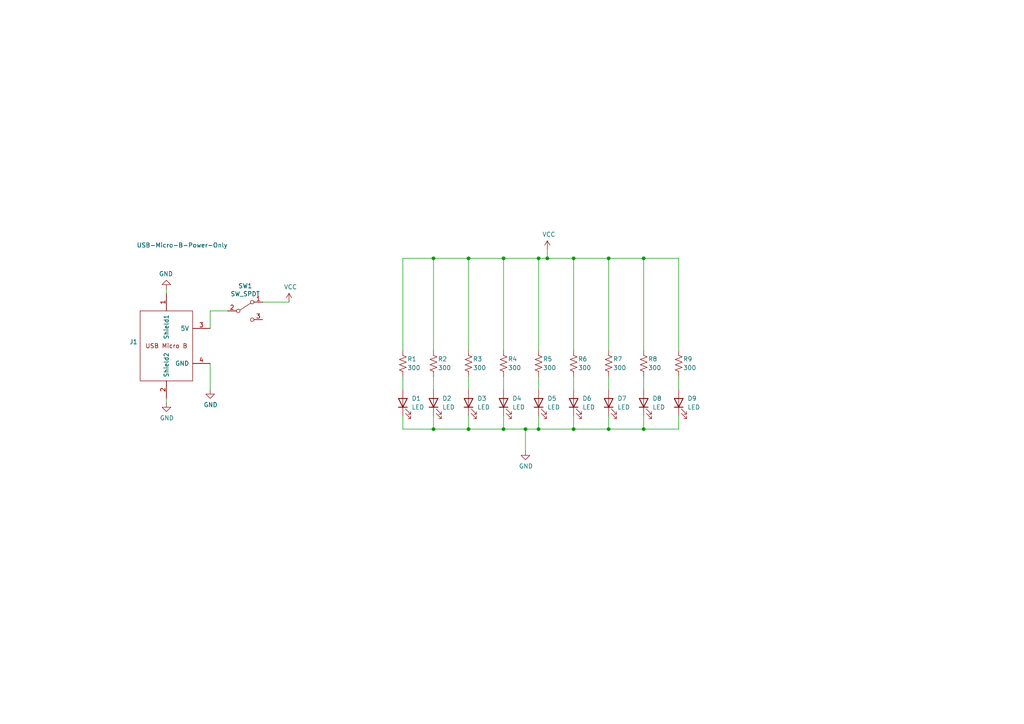
<source format=kicad_sch>
(kicad_sch (version 20211123) (generator eeschema)
  (paper "A4")
  (lib_symbols
    (symbol "Device:LED" (pin_numbers hide) (pin_names (offset 1.016) hide)
      (property "Reference" "D" (at 0 2.54 0))
      (property "Value" "LED" (at 0 -2.54 0))
      (symbol "LED_0_1"
        (polyline (pts (xy -1.27 -1.27) (xy -1.27 1.27)) (stroke (width 0.254)))
        (polyline (pts (xy -1.27 0) (xy 1.27 0)))
        (polyline (pts (xy 1.27 -1.27) (xy 1.27 1.27) (xy -1.27 0) (xy 1.27 -1.27)) (stroke (width 0.254)))
        (polyline (pts (xy -3.048 -0.762) (xy -4.572 -2.286) (xy -3.81 -2.286) (xy -4.572 -2.286) (xy -4.572 -1.524)))
        (polyline (pts (xy -1.778 -0.762) (xy -3.302 -2.286) (xy -2.54 -2.286) (xy -3.302 -2.286) (xy -3.302 -1.524)))
      )
      (symbol "LED_1_1"
        (pin passive line (at -3.81 0 0) (length 2.54) (name "K") (number "1"))
        (pin passive line (at 3.81 0 180) (length 2.54) (name "A") (number "2"))
      )
    )
    (symbol "Device:R_US" (pin_numbers hide) (pin_names (offset 0))
      (property "Reference" "R" (at 2.54 0 90))
      (property "Value" "R_US" (at -2.54 0 90))
      (symbol "R_US_0_1"
        (polyline (pts (xy 0 -2.286) (xy 0 -2.54)))
        (polyline (pts (xy 0 2.286) (xy 0 2.54)))
        (polyline (pts (xy 0 -0.762) (xy 1.016 -1.143) (xy 0 -1.524) (xy -1.016 -1.905) (xy 0 -2.286)))
        (polyline (pts (xy 0 0.762) (xy 1.016 0.381) (xy 0 0) (xy -1.016 -0.381) (xy 0 -0.762)))
        (polyline (pts (xy 0 2.286) (xy 1.016 1.905) (xy 0 1.524) (xy -1.016 1.143) (xy 0 0.762)))
      )
      (symbol "R_US_1_1"
        (pin passive line (at 0 3.81 270) (length 1.27) (name "~") (number "1"))
        (pin passive line (at 0 -3.81 90) (length 1.27) (name "~") (number "2"))
      )
    )
    (symbol "Switch:SW_SPDT" (pin_names (offset 0) hide)
      (property "Reference" "SW" (at 0 4.318 0))
      (property "Value" "SW_SPDT" (at 0 -5.08 0))
      (symbol "SW_SPDT_0_0"
        (circle (center -2.032 0) (radius 0.508))
        (circle (center 2.032 -2.54) (radius 0.508))
      )
      (symbol "SW_SPDT_0_1"
        (polyline (pts (xy -1.524 0.254) (xy 1.651 2.286)))
        (circle (center 2.032 2.54) (radius 0.508))
      )
      (symbol "SW_SPDT_1_1"
        (pin passive line (at 5.08 2.54 180) (length 2.54) (name "A") (number "1"))
        (pin passive line (at -5.08 0 0) (length 2.54) (name "B") (number "2"))
        (pin passive line (at 5.08 -2.54 180) (length 2.54) (name "C") (number "3"))
      )
    )
    (symbol "power:GND" (power) (pin_names (offset 0))
      (property "Value" "GND" (at 0 -3.81 0))
      (symbol "GND_0_1"
        (polyline (pts (xy 0 0) (xy 0 -1.27) (xy 1.27 -1.27) (xy 0 -2.54) (xy -1.27 -1.27) (xy 0 -1.27)))
      )
      (symbol "GND_1_1"
        (pin power_in line (at 0 0 270) (length 0) hide (name "GND") (number "1"))
      )
    )
    (symbol "power:VCC" (power) (pin_names (offset 0))
      (property "Value" "VCC" (at 0 3.81 0))
      (symbol "VCC_0_1"
        (polyline (pts (xy -0.762 1.27) (xy 0 2.54)))
        (polyline (pts (xy 0 0) (xy 0 2.54)))
        (polyline (pts (xy 0 2.54) (xy 0.762 1.27)))
      )
      (symbol "VCC_1_1"
        (pin power_in line (at 0 0 90) (length 0) hide (name "VCC") (number "1"))
      )
    )
    (symbol "symbols:USB-Micro-B-Power-Only" (pin_names (offset 1.016))
      (property "Reference" "J" (at -3.81 7.62 0))
      (property "Value" "USB-Micro-B-Power-Only" (at 3.81 -25.4 0))
      (symbol "USB-Micro-B-Power-Only_0_0"
        (text "USB Micro B" (at 2.54 -1.27 0) (effects (font (size 1.27 1.27))))
      )
      (symbol "USB-Micro-B-Power-Only_0_1"
        (rectangle (start -5.08 8.89) (end 10.16 -11.43))
      )
      (symbol "USB-Micro-B-Power-Only_1_1"
        (pin unspecified line (at 2.54 13.97 270) (length 5.08) (name "Shield1") (number "1"))
        (pin unspecified line (at 2.54 -16.51 90) (length 5.08) (name "Shield2") (number "2"))
        (pin unspecified line (at 15.24 3.81 180) (length 5.08) (name "5V") (number "3"))
        (pin unspecified line (at 15.24 -6.35 180) (length 5.08) (name "GND") (number "4"))
      )
    )
  )
  (junction (at 125.73 74.93))
  (junction (at 176.53 74.93))
  (junction (at 176.53 124.46))
  (junction (at 156.21 124.46))
  (junction (at 186.69 124.46))
  (junction (at 158.75 74.93))
  (junction (at 135.89 124.46))
  (junction (at 146.05 74.93))
  (junction (at 166.37 124.46))
  (junction (at 186.69 74.93))
  (junction (at 152.4 124.46))
  (junction (at 166.37 74.93))
  (junction (at 135.89 74.93))
  (junction (at 125.73 124.46))
  (junction (at 146.05 124.46))
  (junction (at 156.21 74.93))
  (wire (pts (xy 48.26 116.84) (xy 48.26 115.57)))
  (wire (pts (xy 176.53 120.65) (xy 176.53 124.46)))
  (wire (pts (xy 135.89 120.65) (xy 135.89 124.46)))
  (wire (pts (xy 166.37 124.46) (xy 176.53 124.46)))
  (wire (pts (xy 166.37 74.93) (xy 176.53 74.93)))
  (wire (pts (xy 116.84 120.65) (xy 116.84 124.46)))
  (wire (pts (xy 135.89 74.93) (xy 146.05 74.93)))
  (wire (pts (xy 116.84 124.46) (xy 125.73 124.46)))
  (wire (pts (xy 125.73 74.93) (xy 125.73 101.6)))
  (wire (pts (xy 146.05 113.03) (xy 146.05 109.22)))
  (wire (pts (xy 196.85 124.46) (xy 196.85 120.65)))
  (wire (pts (xy 48.26 83.82) (xy 48.26 85.09)))
  (wire (pts (xy 156.21 109.22) (xy 156.21 113.03)))
  (wire (pts (xy 186.69 74.93) (xy 186.69 101.6)))
  (wire (pts (xy 125.73 74.93) (xy 135.89 74.93)))
  (wire (pts (xy 196.85 109.22) (xy 196.85 113.03)))
  (wire (pts (xy 116.84 109.22) (xy 116.84 113.03)))
  (wire (pts (xy 186.69 124.46) (xy 186.69 120.65)))
  (wire (pts (xy 116.84 74.93) (xy 116.84 101.6)))
  (wire (pts (xy 125.73 124.46) (xy 135.89 124.46)))
  (wire (pts (xy 60.96 90.17) (xy 66.04 90.17)))
  (wire (pts (xy 60.96 90.17) (xy 60.96 95.25)))
  (wire (pts (xy 135.89 124.46) (xy 146.05 124.46)))
  (wire (pts (xy 186.69 109.22) (xy 186.69 113.03)))
  (wire (pts (xy 158.75 74.93) (xy 166.37 74.93)))
  (wire (pts (xy 125.73 113.03) (xy 125.73 109.22)))
  (wire (pts (xy 146.05 124.46) (xy 146.05 120.65)))
  (wire (pts (xy 125.73 74.93) (xy 116.84 74.93)))
  (wire (pts (xy 156.21 124.46) (xy 166.37 124.46)))
  (wire (pts (xy 156.21 120.65) (xy 156.21 124.46)))
  (wire (pts (xy 146.05 74.93) (xy 156.21 74.93)))
  (wire (pts (xy 186.69 124.46) (xy 196.85 124.46)))
  (wire (pts (xy 60.96 105.41) (xy 60.96 113.03)))
  (wire (pts (xy 135.89 74.93) (xy 135.89 101.6)))
  (wire (pts (xy 156.21 74.93) (xy 156.21 101.6)))
  (wire (pts (xy 196.85 74.93) (xy 196.85 101.6)))
  (wire (pts (xy 125.73 120.65) (xy 125.73 124.46)))
  (wire (pts (xy 176.53 101.6) (xy 176.53 74.93)))
  (wire (pts (xy 146.05 124.46) (xy 152.4 124.46)))
  (wire (pts (xy 176.53 74.93) (xy 186.69 74.93)))
  (wire (pts (xy 76.2 87.63) (xy 83.82 87.63)))
  (wire (pts (xy 166.37 113.03) (xy 166.37 109.22)))
  (wire (pts (xy 156.21 124.46) (xy 152.4 124.46)))
  (wire (pts (xy 176.53 124.46) (xy 186.69 124.46)))
  (wire (pts (xy 158.75 72.39) (xy 158.75 74.93)))
  (wire (pts (xy 152.4 130.81) (xy 152.4 124.46)))
  (wire (pts (xy 186.69 74.93) (xy 196.85 74.93)))
  (wire (pts (xy 176.53 109.22) (xy 176.53 113.03)))
  (wire (pts (xy 135.89 109.22) (xy 135.89 113.03)))
  (wire (pts (xy 156.21 74.93) (xy 158.75 74.93)))
  (wire (pts (xy 166.37 120.65) (xy 166.37 124.46)))
  (wire (pts (xy 166.37 74.93) (xy 166.37 101.6)))
  (wire (pts (xy 146.05 74.93) (xy 146.05 101.6)))
  (symbol (lib_id "Device:LED") (at 116.84 116.84 90) (unit 1)
    (property "Reference" "D1" (at 119.38 115.57 90) (effects (justify right)))
    (property "Value" "LED" (at 119.38 118.11 90) (effects (justify right)))
    (property "Footprint" "LED_SMD:LED_0805_2012Metric_Pad1.15x1.40mm_HandSolder" (effects hide))
  )
  (symbol (lib_id "Device:LED") (at 125.73 116.84 90) (unit 1)
    (property "Reference" "D2" (at 128.27 115.57 90) (effects (justify right)))
    (property "Value" "LED" (at 128.27 118.11 90) (effects (justify right)))
    (property "Footprint" "LED_SMD:LED_0805_2012Metric_Pad1.15x1.40mm_HandSolder" (effects hide))
  )
  (symbol (lib_id "Device:LED") (at 135.89 116.84 90) (unit 1)
    (property "Reference" "D3" (at 138.43 115.57 90) (effects (justify right)))
    (property "Value" "LED" (at 138.43 118.11 90) (effects (justify right)))
    (property "Footprint" "LED_SMD:LED_0805_2012Metric_Pad1.15x1.40mm_HandSolder" (effects hide))
  )
  (symbol (lib_id "Device:LED") (at 146.05 116.84 90) (unit 1)
    (property "Reference" "D4" (at 148.59 115.57 90) (effects (justify right)))
    (property "Value" "LED" (at 148.59 118.11 90) (effects (justify right)))
    (property "Footprint" "LED_SMD:LED_0805_2012Metric_Pad1.15x1.40mm_HandSolder" (effects hide))
  )
  (symbol (lib_id "power:VCC") (at 83.82 87.63 0) (unit 1)
    (property "Reference" "#PWR04" (effects hide))
    (property "Value" "VCC" (at 84.2518 83.2358 0))
  )
  (symbol (lib_id "power:GND") (at 60.96 113.03 0) (unit 1)
    (property "Reference" "#PWR03" (effects hide))
    (property "Value" "GND" (at 61.087 117.4242 0))
  )
  (symbol (lib_id "Device:LED") (at 156.21 116.84 90) (unit 1)
    (property "Reference" "D5" (at 158.75 115.57 90) (effects (justify right)))
    (property "Value" "LED" (at 158.75 118.11 90) (effects (justify right)))
    (property "Footprint" "LED_SMD:LED_0805_2012Metric_Pad1.15x1.40mm_HandSolder" (effects hide))
  )
  (symbol (lib_id "Device:LED") (at 166.37 116.84 90) (unit 1)
    (property "Reference" "D6" (at 168.91 115.57 90) (effects (justify right)))
    (property "Value" "LED" (at 168.91 118.11 90) (effects (justify right)))
    (property "Footprint" "LED_SMD:LED_0805_2012Metric_Pad1.15x1.40mm_HandSolder" (effects hide))
  )
  (symbol (lib_id "Device:LED") (at 176.53 116.84 90) (unit 1)
    (property "Reference" "D7" (at 179.07 115.57 90) (effects (justify right)))
    (property "Value" "LED" (at 179.07 118.11 90) (effects (justify right)))
    (property "Footprint" "LED_SMD:LED_0805_2012Metric_Pad1.15x1.40mm_HandSolder" (effects hide))
  )
  (symbol (lib_id "Device:LED") (at 186.69 116.84 90) (unit 1)
    (property "Reference" "D8" (at 189.23 115.57 90) (effects (justify right)))
    (property "Value" "LED" (at 189.23 118.11 90) (effects (justify right)))
    (property "Footprint" "LED_SMD:LED_0805_2012Metric_Pad1.15x1.40mm_HandSolder" (effects hide))
  )
  (symbol (lib_id "power:VCC") (at 158.75 72.39 0) (unit 1)
    (property "Reference" "#PWR02" (effects hide))
    (property "Value" "VCC" (at 159.1818 67.9958 0))
  )
  (symbol (lib_id "Switch:SW_SPDT") (at 71.12 90.17 0) (unit 1)
    (property "Reference" "SW1" (at 71.12 82.931 0))
    (property "Value" "SW_SPDT" (at 71.12 85.2424 0))
    (property "Footprint" "Rays Footprints:KM-SPDT-Slide" (effects hide))
  )
  (symbol (lib_id "power:GND") (at 152.4 130.81 0) (unit 1)
    (property "Reference" "#PWR01" (effects hide))
    (property "Value" "GND" (at 152.527 135.2042 0))
  )
  (symbol (lib_id "Device:R_US") (at 116.84 105.41 0) (unit 1)
    (property "Reference" "R1" (at 118.11 104.14 0) (effects (justify left)))
    (property "Value" "300" (at 118.11 106.68 0) (effects (justify left)))
    (property "Footprint" "Rays Footprints:R_1206_HandSoldering" (effects hide))
  )
  (symbol (lib_id "Device:R_US") (at 125.73 105.41 0) (unit 1)
    (property "Reference" "R2" (at 127 104.14 0) (effects (justify left)))
    (property "Value" "300" (at 127 106.68 0) (effects (justify left)))
    (property "Footprint" "Rays Footprints:R_1206_HandSoldering" (effects hide))
  )
  (symbol (lib_id "Device:R_US") (at 135.89 105.41 0) (unit 1)
    (property "Reference" "R3" (at 137.16 104.14 0) (effects (justify left)))
    (property "Value" "300" (at 137.16 106.68 0) (effects (justify left)))
    (property "Footprint" "Rays Footprints:R_1206_HandSoldering" (effects hide))
  )
  (symbol (lib_id "Device:R_US") (at 146.05 105.41 0) (unit 1)
    (property "Reference" "R4" (at 147.32 104.14 0) (effects (justify left)))
    (property "Value" "300" (at 147.32 106.68 0) (effects (justify left)))
    (property "Footprint" "Rays Footprints:R_1206_HandSoldering" (effects hide))
  )
  (symbol (lib_id "Device:R_US") (at 156.21 105.41 0) (unit 1)
    (property "Reference" "R5" (at 157.48 104.14 0) (effects (justify left)))
    (property "Value" "300" (at 157.48 106.68 0) (effects (justify left)))
    (property "Footprint" "Rays Footprints:R_1206_HandSoldering" (effects hide))
  )
  (symbol (lib_id "Device:R_US") (at 166.37 105.41 0) (unit 1)
    (property "Reference" "R6" (at 167.64 104.14 0) (effects (justify left)))
    (property "Value" "300" (at 167.64 106.68 0) (effects (justify left)))
    (property "Footprint" "Rays Footprints:R_1206_HandSoldering" (effects hide))
  )
  (symbol (lib_id "Device:R_US") (at 176.53 105.41 0) (unit 1)
    (property "Reference" "R7" (at 177.8 104.14 0) (effects (justify left)))
    (property "Value" "300" (at 177.8 106.68 0) (effects (justify left)))
    (property "Footprint" "Rays Footprints:R_1206_HandSoldering" (effects hide))
  )
  (symbol (lib_id "Device:R_US") (at 186.69 105.41 0) (unit 1)
    (property "Reference" "R8" (at 187.96 104.14 0) (effects (justify left)))
    (property "Value" "300" (at 187.96 106.68 0) (effects (justify left)))
    (property "Footprint" "Rays Footprints:R_1206_HandSoldering" (effects hide))
  )
  (symbol (lib_id "symbols:USB-Micro-B-Power-Only") (at 45.72 99.06 0) (unit 1)
    (property "Reference" "J1" (at 39.9288 99.1616 0) (effects (justify right)))
    (property "Value" "USB-Micro-B-Power-Only" (at 66.04 71.12 0) (effects (justify right)))
    (property "Footprint" "Rays Footprints:USB Micro-B Power Only" (effects hide))
  )
  (symbol (lib_id "power:GND") (at 48.26 116.84 0) (unit 1)
    (property "Reference" "#PWR0101" (effects hide))
    (property "Value" "GND" (at 48.387 121.2342 0))
  )
  (symbol (lib_id "power:GND") (at 48.26 83.82 180) (unit 1)
    (property "Reference" "#PWR0102" (effects hide))
    (property "Value" "GND" (at 48.133 79.4258 0))
  )
  (symbol (lib_id "Device:LED") (at 196.85 116.84 90) (unit 1)
    (property "Reference" "D9" (at 199.39 115.57 90) (effects (justify right)))
    (property "Value" "LED" (at 199.39 118.11 90) (effects (justify right)))
    (property "Footprint" "LED_SMD:LED_0805_2012Metric_Pad1.15x1.40mm_HandSolder" (effects hide))
  )
  (symbol (lib_id "Device:R_US") (at 196.85 105.41 0) (unit 1)
    (property "Reference" "R9" (at 198.12 104.14 0) (effects (justify left)))
    (property "Value" "300" (at 198.12 106.68 0) (effects (justify left)))
    (property "Footprint" "Rays Footprints:R_1206_HandSoldering" (effects hide))
  )
)
</source>
